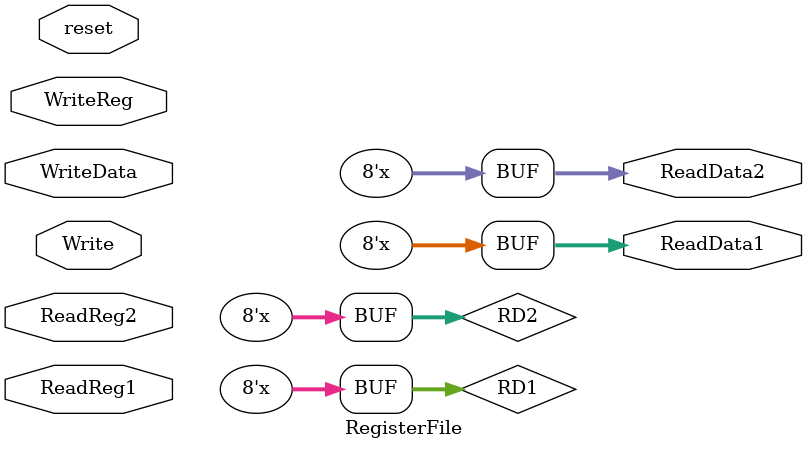
<source format=v>
`timescale 1ns / 1ps
module RegisterFile(
    input [1:0] ReadReg1,
    input [1:0] ReadReg2,
	 input Write,
    input [1:0] WriteReg,
    input [7:0] WriteData,
	 input reset,
    output [7:0] ReadData1,
    output [7:0] ReadData2
    );
	 
	 reg [7:0] regist[0:3];
	 reg [7:0] RD1;
	 reg [7:0] RD2;
	 assign ReadData1 = RD1;
	 assign ReadData2 = RD2;
	 
	 always@(posedge reset) begin
		regist[0]=0;
		regist[1]=0;
		regist[2]=0;
		regist[3]=0;
	 end
	 always@(Write or ReadReg1 or ReadReg2 or WriteReg or WriteData) begin
		RD1 <= regist[ReadReg1];
		RD2 <= regist[ReadReg2];
		if(Write==1'b1) begin
			regist[WriteReg] <= WriteData;
		end
	 end
endmodule

</source>
